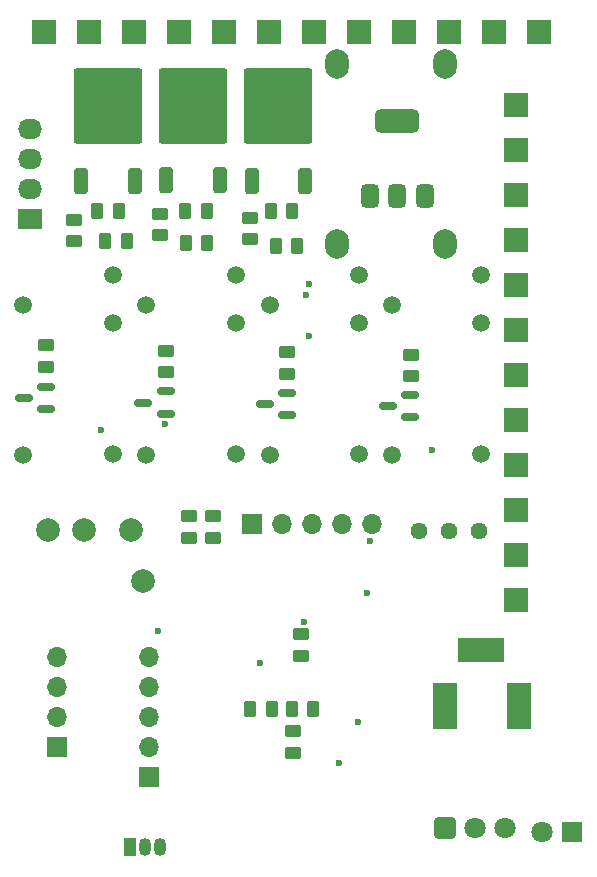
<source format=gbr>
%TF.GenerationSoftware,KiCad,Pcbnew,8.0.5*%
%TF.CreationDate,2024-10-28T11:16:19+03:00*%
%TF.ProjectId,IoTmanager,496f546d-616e-4616-9765-722e6b696361,rev?*%
%TF.SameCoordinates,Original*%
%TF.FileFunction,Soldermask,Bot*%
%TF.FilePolarity,Negative*%
%FSLAX46Y46*%
G04 Gerber Fmt 4.6, Leading zero omitted, Abs format (unit mm)*
G04 Created by KiCad (PCBNEW 8.0.5) date 2024-10-28 11:16:19*
%MOMM*%
%LPD*%
G01*
G04 APERTURE LIST*
G04 Aperture macros list*
%AMRoundRect*
0 Rectangle with rounded corners*
0 $1 Rounding radius*
0 $2 $3 $4 $5 $6 $7 $8 $9 X,Y pos of 4 corners*
0 Add a 4 corners polygon primitive as box body*
4,1,4,$2,$3,$4,$5,$6,$7,$8,$9,$2,$3,0*
0 Add four circle primitives for the rounded corners*
1,1,$1+$1,$2,$3*
1,1,$1+$1,$4,$5*
1,1,$1+$1,$6,$7*
1,1,$1+$1,$8,$9*
0 Add four rect primitives between the rounded corners*
20,1,$1+$1,$2,$3,$4,$5,0*
20,1,$1+$1,$4,$5,$6,$7,0*
20,1,$1+$1,$6,$7,$8,$9,0*
20,1,$1+$1,$8,$9,$2,$3,0*%
G04 Aperture macros list end*
%ADD10R,1.700000X1.700000*%
%ADD11O,1.700000X1.700000*%
%ADD12R,1.050000X1.500000*%
%ADD13O,1.050000X1.500000*%
%ADD14C,1.500000*%
%ADD15R,2.000000X4.000000*%
%ADD16R,4.000000X2.000000*%
%ADD17C,1.440000*%
%ADD18R,1.800000X1.800000*%
%ADD19C,1.800000*%
%ADD20R,2.000000X2.000000*%
%ADD21O,2.000000X2.500000*%
%ADD22RoundRect,0.250200X-0.649800X-0.649800X0.649800X-0.649800X0.649800X0.649800X-0.649800X0.649800X0*%
%ADD23C,2.000000*%
%ADD24R,2.032000X1.727200*%
%ADD25O,2.032000X1.727200*%
%ADD26RoundRect,0.250000X0.450000X-0.262500X0.450000X0.262500X-0.450000X0.262500X-0.450000X-0.262500X0*%
%ADD27RoundRect,0.250000X0.350000X-0.850000X0.350000X0.850000X-0.350000X0.850000X-0.350000X-0.850000X0*%
%ADD28RoundRect,0.249997X2.650003X-2.950003X2.650003X2.950003X-2.650003X2.950003X-2.650003X-2.950003X0*%
%ADD29RoundRect,0.150000X0.587500X0.150000X-0.587500X0.150000X-0.587500X-0.150000X0.587500X-0.150000X0*%
%ADD30RoundRect,0.250000X-0.262500X-0.450000X0.262500X-0.450000X0.262500X0.450000X-0.262500X0.450000X0*%
%ADD31RoundRect,0.250000X-0.450000X0.262500X-0.450000X-0.262500X0.450000X-0.262500X0.450000X0.262500X0*%
%ADD32RoundRect,0.375000X0.375000X-0.625000X0.375000X0.625000X-0.375000X0.625000X-0.375000X-0.625000X0*%
%ADD33RoundRect,0.500000X1.400000X-0.500000X1.400000X0.500000X-1.400000X0.500000X-1.400000X-0.500000X0*%
%ADD34RoundRect,0.250000X0.262500X0.450000X-0.262500X0.450000X-0.262500X-0.450000X0.262500X-0.450000X0*%
%ADD35C,0.600000*%
G04 APERTURE END LIST*
D10*
%TO.C,max1*%
X98300000Y-102300000D03*
D11*
X100840000Y-102300000D03*
X103380000Y-102300000D03*
X105920000Y-102300000D03*
X108460000Y-102300000D03*
%TD*%
D12*
%TO.C,U7*%
X88000000Y-129700000D03*
D13*
X89270000Y-129700000D03*
X90540000Y-129700000D03*
%TD*%
D10*
%TO.C,display/ads1*%
X81840000Y-121220000D03*
D11*
X81840000Y-118680000D03*
X81840000Y-116140000D03*
X81840000Y-113600000D03*
%TD*%
D14*
%TO.C,K1*%
X86540000Y-81260000D03*
X86540000Y-85300000D03*
X78940000Y-83800000D03*
X86540000Y-96400000D03*
X78940000Y-96500000D03*
%TD*%
D15*
%TO.C,dc-in1*%
X114700000Y-117700000D03*
D16*
X117700000Y-113000000D03*
D15*
X120900000Y-117700000D03*
%TD*%
D17*
%TO.C,RV1*%
X112460000Y-102900000D03*
X115000000Y-102900000D03*
X117540000Y-102900000D03*
%TD*%
D18*
%TO.C,D1*%
X125440000Y-128400000D03*
D19*
X122900000Y-128400000D03*
%TD*%
D20*
%TO.C,J3*%
X122600000Y-60700000D03*
X118790000Y-60700000D03*
X114980000Y-60700000D03*
X111170000Y-60700000D03*
X107360000Y-60700000D03*
X103550000Y-60700000D03*
X99740000Y-60700000D03*
X95930000Y-60700000D03*
X92120000Y-60700000D03*
X88310000Y-60700000D03*
X84500000Y-60700000D03*
X80690000Y-60700000D03*
%TD*%
D21*
%TO.C,U4*%
X114640000Y-63400000D03*
X105500000Y-63400000D03*
X114640000Y-78640000D03*
X105500000Y-78640000D03*
%TD*%
D14*
%TO.C,K4*%
X99820000Y-96500000D03*
X107420000Y-96400000D03*
X99820000Y-83800000D03*
X107420000Y-85300000D03*
X107420000Y-81260000D03*
%TD*%
D10*
%TO.C,J1*%
X89570000Y-123740000D03*
D11*
X89570000Y-121200000D03*
X89570000Y-118660000D03*
X89570000Y-116120000D03*
X89570000Y-113580000D03*
%TD*%
D22*
%TO.C,U3*%
X114660000Y-128100000D03*
D19*
X117200000Y-128100000D03*
X119740000Y-128100000D03*
%TD*%
D23*
%TO.C,U5*%
X89085000Y-107200000D03*
X88085000Y-102800000D03*
X84085000Y-102800000D03*
X81085000Y-102800000D03*
%TD*%
D14*
%TO.C,K3-possible-d1*%
X89340000Y-96500000D03*
X96940000Y-96400000D03*
X89340000Y-83800000D03*
X96940000Y-85300000D03*
X96940000Y-81260000D03*
%TD*%
D20*
%TO.C,J2*%
X120700000Y-108800000D03*
X120700000Y-104990000D03*
X120700000Y-101180000D03*
X120700000Y-97370000D03*
X120700000Y-93560000D03*
X120700000Y-89750000D03*
X120700000Y-85940000D03*
X120700000Y-82130000D03*
X120700000Y-78320000D03*
X120700000Y-74510000D03*
X120700000Y-70700000D03*
X120700000Y-66890000D03*
%TD*%
D14*
%TO.C,K2*%
X117740000Y-81260000D03*
X117740000Y-85300000D03*
X110140000Y-83800000D03*
X117740000Y-96400000D03*
X110140000Y-96500000D03*
%TD*%
D24*
%TO.C,MX-RM-5V-RF-sensor1*%
X79500029Y-76540707D03*
D25*
X79500029Y-74000707D03*
X79500029Y-71460707D03*
X79500029Y-68920707D03*
%TD*%
D26*
%TO.C,R14*%
X80900000Y-89000000D03*
X80900000Y-87175000D03*
%TD*%
D27*
%TO.C,IRLR2*%
X102845000Y-73275000D03*
D28*
X100565000Y-66975000D03*
D27*
X98285000Y-73275000D03*
%TD*%
%TO.C,IRLR3*%
X88445000Y-73275000D03*
D28*
X86165000Y-66975000D03*
D27*
X83885000Y-73275000D03*
%TD*%
D26*
%TO.C,R17*%
X91000000Y-89500000D03*
X91000000Y-87675000D03*
%TD*%
%TO.C,R15*%
X111800000Y-89825000D03*
X111800000Y-88000000D03*
%TD*%
D29*
%TO.C,Q4*%
X80900000Y-90700000D03*
X80900000Y-92600000D03*
X79025000Y-91650000D03*
%TD*%
D30*
%TO.C,R5*%
X92715000Y-78500000D03*
X94540000Y-78500000D03*
%TD*%
D31*
%TO.C,R10*%
X101760000Y-119855000D03*
X101760000Y-121680000D03*
%TD*%
%TO.C,jumper-d1*%
X93000000Y-101675000D03*
X93000000Y-103500000D03*
%TD*%
D30*
%TO.C,R11*%
X101675000Y-118000000D03*
X103500000Y-118000000D03*
%TD*%
D26*
%TO.C,R13*%
X95000000Y-103500000D03*
X95000000Y-101675000D03*
%TD*%
D30*
%TO.C,R2*%
X99915000Y-75800000D03*
X101740000Y-75800000D03*
%TD*%
D27*
%TO.C,IRLR1*%
X95640000Y-73200000D03*
D28*
X93360000Y-66900000D03*
D27*
X91080000Y-73200000D03*
%TD*%
D29*
%TO.C,Q3*%
X111700000Y-91400000D03*
X111700000Y-93300000D03*
X109825000Y-92350000D03*
%TD*%
%TO.C,Q2*%
X101300000Y-91200000D03*
X101300000Y-93100000D03*
X99425000Y-92150000D03*
%TD*%
D32*
%TO.C,U6*%
X112940000Y-74540000D03*
X110640000Y-74540000D03*
D33*
X110640000Y-68240000D03*
D32*
X108340000Y-74540000D03*
%TD*%
D30*
%TO.C,R8*%
X85915000Y-78400000D03*
X87740000Y-78400000D03*
%TD*%
D29*
%TO.C,Q1*%
X91000000Y-91100000D03*
X91000000Y-93000000D03*
X89125000Y-92050000D03*
%TD*%
D30*
%TO.C,R6*%
X92687500Y-75800000D03*
X94512500Y-75800000D03*
%TD*%
D34*
%TO.C,Jumper-d5*%
X102140000Y-78800000D03*
X100315000Y-78800000D03*
%TD*%
D30*
%TO.C,R12*%
X98175000Y-118000000D03*
X100000000Y-118000000D03*
%TD*%
D26*
%TO.C,R1*%
X98140000Y-78225000D03*
X98140000Y-76400000D03*
%TD*%
%TO.C,Jumper-d6*%
X90540000Y-77900000D03*
X90540000Y-76075000D03*
%TD*%
%TO.C,R18*%
X101300000Y-89600000D03*
X101300000Y-87775000D03*
%TD*%
D30*
%TO.C,R9*%
X85215000Y-75800000D03*
X87040000Y-75800000D03*
%TD*%
D26*
%TO.C,Jumper-d7*%
X83240000Y-78400000D03*
X83240000Y-76575000D03*
%TD*%
%TO.C,R16*%
X102500000Y-113500000D03*
X102500000Y-111675000D03*
%TD*%
D35*
X90952800Y-93901700D03*
X108320600Y-103755900D03*
X99040600Y-114125100D03*
X102709000Y-110661500D03*
X108099100Y-108200000D03*
X85542400Y-94343300D03*
X113531600Y-96094300D03*
X103136200Y-81999400D03*
X103122800Y-86389700D03*
X90392100Y-111391700D03*
X102881100Y-82908800D03*
X105700500Y-122586800D03*
X107290000Y-119136200D03*
M02*

</source>
